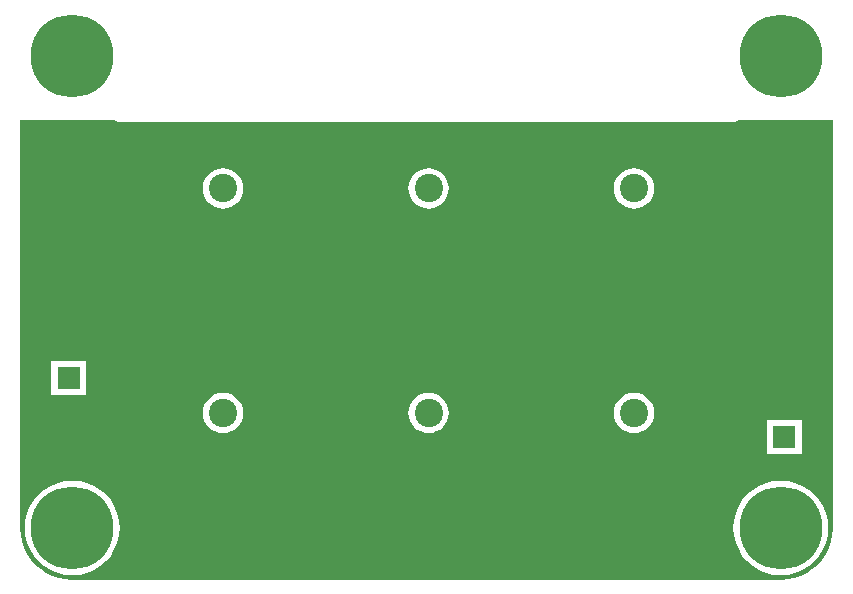
<source format=gbl>
G04*
G04 #@! TF.GenerationSoftware,Altium Limited,Altium Designer,19.1.5 (86)*
G04*
G04 Layer_Physical_Order=2*
G04 Layer_Color=16711680*
%FSLAX44Y44*%
%MOMM*%
G71*
G01*
G75*
%ADD23R,2.4000X2.4000*%
%ADD24C,2.4000*%
%ADD25C,1.9500*%
%ADD26R,1.9500X1.9500*%
%ADD27C,7.0000*%
%ADD28C,0.9000*%
G36*
X693883Y49784D02*
X693934Y49524D01*
X693592Y44297D01*
X692469Y38655D01*
X690620Y33207D01*
X688075Y28047D01*
X684879Y23264D01*
X681086Y18938D01*
X676760Y15145D01*
X671977Y11949D01*
X666817Y9404D01*
X661369Y7555D01*
X655727Y6432D01*
X651236Y6138D01*
X649986Y6141D01*
Y6141D01*
X649869Y6118D01*
X50038Y6118D01*
X49717Y6054D01*
X44294Y6409D01*
X38649Y7532D01*
X33198Y9383D01*
X28035Y11928D01*
X23249Y15126D01*
X18922Y18922D01*
X15126Y23249D01*
X11928Y28036D01*
X9383Y33198D01*
X7532Y38649D01*
X6409Y44294D01*
X6100Y49013D01*
X6112Y50261D01*
X6118Y50292D01*
X6118Y50296D01*
X6118Y51511D01*
X6118Y395000D01*
X86518D01*
X87494Y394348D01*
X89835Y393882D01*
X610189D01*
X612530Y394348D01*
X613506Y395000D01*
X693883D01*
Y49784D01*
D02*
G37*
%LPC*%
G36*
X525780Y354582D02*
X522447Y354254D01*
X519243Y353282D01*
X516290Y351703D01*
X513701Y349579D01*
X511577Y346990D01*
X509998Y344037D01*
X509026Y340833D01*
X508698Y337500D01*
X509026Y334167D01*
X509998Y330963D01*
X511577Y328010D01*
X513701Y325421D01*
X516290Y323297D01*
X519243Y321718D01*
X522447Y320746D01*
X525780Y320418D01*
X529113Y320746D01*
X532317Y321718D01*
X535270Y323297D01*
X537859Y325421D01*
X539983Y328010D01*
X541562Y330963D01*
X542534Y334167D01*
X542862Y337500D01*
X542534Y340833D01*
X541562Y344037D01*
X539983Y346990D01*
X537859Y349579D01*
X535270Y351703D01*
X532317Y353282D01*
X529113Y354254D01*
X525780Y354582D01*
D02*
G37*
G36*
X351790D02*
X348457Y354254D01*
X345253Y353282D01*
X342300Y351703D01*
X339711Y349579D01*
X337587Y346990D01*
X336008Y344037D01*
X335036Y340833D01*
X334708Y337500D01*
X335036Y334167D01*
X336008Y330963D01*
X337587Y328010D01*
X339711Y325421D01*
X342300Y323297D01*
X345253Y321718D01*
X348457Y320746D01*
X351790Y320418D01*
X355123Y320746D01*
X358327Y321718D01*
X361280Y323297D01*
X363869Y325421D01*
X365993Y328010D01*
X367572Y330963D01*
X368544Y334167D01*
X368872Y337500D01*
X368544Y340833D01*
X367572Y344037D01*
X365993Y346990D01*
X363869Y349579D01*
X361280Y351703D01*
X358327Y353282D01*
X355123Y354254D01*
X351790Y354582D01*
D02*
G37*
G36*
X177800D02*
X174467Y354254D01*
X171263Y353282D01*
X168310Y351703D01*
X165721Y349579D01*
X163597Y346990D01*
X162018Y344037D01*
X161046Y340833D01*
X160718Y337500D01*
X161046Y334167D01*
X162018Y330963D01*
X163597Y328010D01*
X165721Y325421D01*
X168310Y323297D01*
X171263Y321718D01*
X174467Y320746D01*
X177800Y320418D01*
X181133Y320746D01*
X184337Y321718D01*
X187290Y323297D01*
X189879Y325421D01*
X192003Y328010D01*
X193582Y330963D01*
X194554Y334167D01*
X194882Y337500D01*
X194554Y340833D01*
X193582Y344037D01*
X192003Y346990D01*
X189879Y349579D01*
X187290Y351703D01*
X184337Y353282D01*
X181133Y354254D01*
X177800Y354582D01*
D02*
G37*
G36*
X61740Y191750D02*
X32240D01*
Y162250D01*
X61740D01*
Y191750D01*
D02*
G37*
G36*
X525780Y164582D02*
X522447Y164254D01*
X519243Y163282D01*
X516290Y161703D01*
X513701Y159579D01*
X511577Y156990D01*
X509998Y154037D01*
X509026Y150833D01*
X508698Y147500D01*
X509026Y144167D01*
X509998Y140963D01*
X511577Y138010D01*
X513701Y135421D01*
X516290Y133297D01*
X519243Y131718D01*
X522447Y130746D01*
X525780Y130418D01*
X529113Y130746D01*
X532317Y131718D01*
X535270Y133297D01*
X537859Y135421D01*
X539983Y138010D01*
X541562Y140963D01*
X542534Y144167D01*
X542862Y147500D01*
X542534Y150833D01*
X541562Y154037D01*
X539983Y156990D01*
X537859Y159579D01*
X535270Y161703D01*
X532317Y163282D01*
X529113Y164254D01*
X525780Y164582D01*
D02*
G37*
G36*
X351790D02*
X348457Y164254D01*
X345253Y163282D01*
X342300Y161703D01*
X339711Y159579D01*
X337587Y156990D01*
X336008Y154037D01*
X335036Y150833D01*
X334708Y147500D01*
X335036Y144167D01*
X336008Y140963D01*
X337587Y138010D01*
X339711Y135421D01*
X342300Y133297D01*
X345253Y131718D01*
X348457Y130746D01*
X351790Y130418D01*
X355123Y130746D01*
X358327Y131718D01*
X361280Y133297D01*
X363869Y135421D01*
X365993Y138010D01*
X367572Y140963D01*
X368544Y144167D01*
X368872Y147500D01*
X368544Y150833D01*
X367572Y154037D01*
X365993Y156990D01*
X363869Y159579D01*
X361280Y161703D01*
X358327Y163282D01*
X355123Y164254D01*
X351790Y164582D01*
D02*
G37*
G36*
X177800D02*
X174467Y164254D01*
X171263Y163282D01*
X168310Y161703D01*
X165721Y159579D01*
X163597Y156990D01*
X162018Y154037D01*
X161046Y150833D01*
X160718Y147500D01*
X161046Y144167D01*
X162018Y140963D01*
X163597Y138010D01*
X165721Y135421D01*
X168310Y133297D01*
X171263Y131718D01*
X174467Y130746D01*
X177800Y130418D01*
X181133Y130746D01*
X184337Y131718D01*
X187290Y133297D01*
X189879Y135421D01*
X192003Y138010D01*
X193582Y140963D01*
X194554Y144167D01*
X194882Y147500D01*
X194554Y150833D01*
X193582Y154037D01*
X192003Y156990D01*
X189879Y159579D01*
X187290Y161703D01*
X184337Y163282D01*
X181133Y164254D01*
X177800Y164582D01*
D02*
G37*
G36*
X667570Y141750D02*
X638070D01*
Y112250D01*
X667570D01*
Y141750D01*
D02*
G37*
G36*
X649996Y90126D02*
X643719Y89632D01*
X637597Y88162D01*
X631780Y85752D01*
X626412Y82463D01*
X621624Y78374D01*
X617535Y73586D01*
X614246Y68218D01*
X611836Y62401D01*
X610366Y56279D01*
X609872Y50002D01*
X610366Y43725D01*
X611836Y37603D01*
X614246Y31786D01*
X617535Y26418D01*
X621624Y21630D01*
X626412Y17541D01*
X631780Y14252D01*
X637597Y11842D01*
X643719Y10372D01*
X649996Y9878D01*
X656273Y10372D01*
X662395Y11842D01*
X668212Y14252D01*
X673580Y17541D01*
X678368Y21630D01*
X682457Y26418D01*
X685747Y31786D01*
X688156Y37603D01*
X689626Y43725D01*
X690120Y50002D01*
X689626Y56279D01*
X688156Y62401D01*
X685747Y68218D01*
X682457Y73586D01*
X678368Y78374D01*
X673580Y82463D01*
X668212Y85752D01*
X662395Y88162D01*
X656273Y89632D01*
X649996Y90126D01*
D02*
G37*
G36*
X49996D02*
X43719Y89632D01*
X37597Y88162D01*
X31780Y85752D01*
X26412Y82463D01*
X21624Y78374D01*
X17535Y73586D01*
X14246Y68218D01*
X11836Y62401D01*
X10366Y56279D01*
X9872Y50002D01*
X10366Y43725D01*
X11836Y37603D01*
X14246Y31786D01*
X17535Y26418D01*
X21624Y21630D01*
X26412Y17541D01*
X31780Y14252D01*
X37597Y11842D01*
X43719Y10372D01*
X49996Y9878D01*
X56273Y10372D01*
X62395Y11842D01*
X68212Y14252D01*
X73580Y17541D01*
X78368Y21630D01*
X82457Y26418D01*
X85746Y31786D01*
X88156Y37603D01*
X89626Y43725D01*
X90120Y50002D01*
X89626Y56279D01*
X88156Y62401D01*
X85746Y68218D01*
X82457Y73586D01*
X78368Y78374D01*
X73580Y82463D01*
X68212Y85752D01*
X62395Y88162D01*
X56273Y89632D01*
X49996Y90126D01*
D02*
G37*
%LPD*%
D23*
X177800Y262500D02*
D03*
X525780D02*
D03*
X351790D02*
D03*
X525780Y72500D02*
D03*
X351790D02*
D03*
X177800D02*
D03*
D24*
Y337500D02*
D03*
X525780D02*
D03*
X351790D02*
D03*
X525780Y147500D02*
D03*
X351790D02*
D03*
X177800D02*
D03*
D25*
X46990Y127000D02*
D03*
X652820Y177000D02*
D03*
D26*
X46990D02*
D03*
X652820Y127000D02*
D03*
D27*
X49996Y50002D02*
D03*
X649996D02*
D03*
Y450002D02*
D03*
X50000Y450000D02*
D03*
D28*
X75000Y149000D02*
D03*
X393000Y304000D02*
D03*
X151000Y186000D02*
D03*
X611000Y242000D02*
D03*
X564000Y217000D02*
D03*
X62000Y325000D02*
D03*
X39000D02*
D03*
X16000D02*
D03*
X608000Y388000D02*
D03*
X609000Y370000D02*
D03*
X601000Y378000D02*
D03*
X85000Y325000D02*
D03*
X611000Y304000D02*
D03*
X415000Y262000D02*
D03*
X260000Y303000D02*
D03*
X306000Y245000D02*
D03*
X496000Y186000D02*
D03*
X528000Y304000D02*
D03*
X624000Y170000D02*
D03*
X564000Y275000D02*
D03*
X387000Y187000D02*
D03*
X218000Y188000D02*
D03*
X147000Y300000D02*
D03*
X87000Y270000D02*
D03*
X85000Y214000D02*
D03*
X14000Y213000D02*
D03*
X622000Y98000D02*
D03*
X462000Y113000D02*
D03*
X256000Y63000D02*
D03*
X575000Y114000D02*
D03*
X292000Y112000D02*
D03*
X441000Y58000D02*
D03*
X113000Y112000D02*
D03*
X14000Y147000D02*
D03*
X12000Y82000D02*
D03*
X82000Y13000D02*
D03*
X171000Y12000D02*
D03*
X313000Y11000D02*
D03*
X488000Y12000D02*
D03*
X624000D02*
D03*
X688000Y95000D02*
D03*
X686000Y163000D02*
D03*
X688000Y257000D02*
D03*
X684000Y302000D02*
D03*
X594000Y387000D02*
D03*
X12000Y308000D02*
D03*
M02*

</source>
